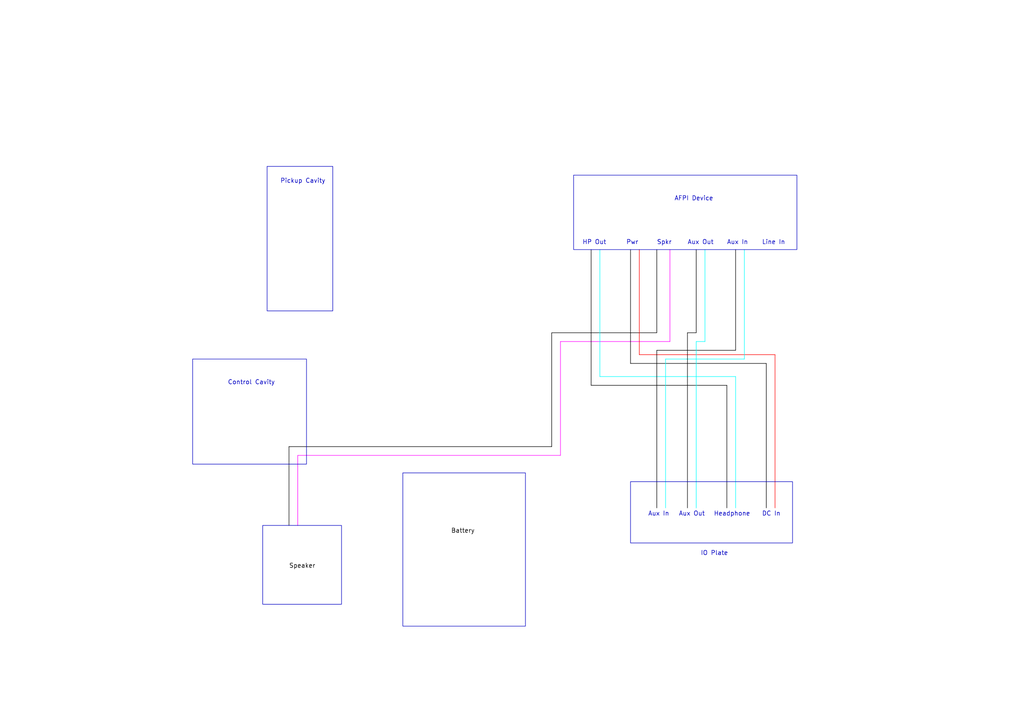
<source format=kicad_sch>
(kicad_sch (version 20230121) (generator eeschema)
  (paper "A4")
  (lib_symbols)
  (wire (pts (xy 162.56 132.08) (xy 86.36 132.08)) (stroke (width 0) (color 255 0 255 1)))
  (wire (pts (xy 213.36 72.39) (xy 213.36 101.6)) (stroke (width 0) (color 0 0 0 1)))
  (wire (pts (xy 224.79 102.87) (xy 185.42 102.87)) (stroke (width 0) (color 255 0 0 1)))
  (wire (pts (xy 213.36 109.22) (xy 213.36 147.32)) (stroke (width 0) (color 0 255 255 1)))
  (wire (pts (xy 83.82 129.54) (xy 83.82 152.4)) (stroke (width 0) (color 0 0 0 1)))
  (wire (pts (xy 162.56 99.06) (xy 162.56 132.08)) (stroke (width 0) (color 255 0 255 1)))
  (wire (pts (xy 182.88 105.41) (xy 222.25 105.41)) (stroke (width 0) (color 0 0 0 1)))
  (wire (pts (xy 213.36 109.22) (xy 173.99 109.22)) (stroke (width 0) (color 0 255 255 1)))
  (wire (pts (xy 86.36 132.08) (xy 86.36 152.4)) (stroke (width 0) (color 255 0 255 1)))
  (wire (pts (xy 204.47 72.39) (xy 204.47 99.06)) (stroke (width 0) (color 0 255 255 1)))
  (wire (pts (xy 201.93 72.39) (xy 201.93 96.52)) (stroke (width 0) (color 0 0 0 1)))
  (wire (pts (xy 194.31 72.39) (xy 194.31 99.06)) (stroke (width 0) (color 255 0 255 1)))
  (wire (pts (xy 190.5 96.52) (xy 160.02 96.52)) (stroke (width 0) (color 0 0 0 1)))
  (wire (pts (xy 190.5 101.6) (xy 190.5 147.32)) (stroke (width 0) (color 0 0 0 1)))
  (wire (pts (xy 199.39 96.52) (xy 201.93 96.52)) (stroke (width 0) (color 0 0 0 1)))
  (wire (pts (xy 213.36 101.6) (xy 190.5 101.6)) (stroke (width 0) (color 0 0 0 1)))
  (wire (pts (xy 201.93 147.32) (xy 201.93 99.06)) (stroke (width 0) (color 0 255 255 1)))
  (wire (pts (xy 190.5 72.39) (xy 190.5 96.52)) (stroke (width 0) (color 0 0 0 1)))
  (wire (pts (xy 194.31 99.06) (xy 162.56 99.06)) (stroke (width 0) (color 255 0 255 1)))
  (wire (pts (xy 171.45 72.39) (xy 171.45 111.76)) (stroke (width 0) (color 0 0 0 1)))
  (wire (pts (xy 171.45 111.76) (xy 210.82 111.76)) (stroke (width 0) (color 0 0 0 1)))
  (wire (pts (xy 224.79 147.32) (xy 224.79 102.87)) (stroke (width 0) (color 255 0 0 1)))
  (wire (pts (xy 182.88 72.39) (xy 182.88 105.41)) (stroke (width 0) (color 0 0 0 1)))
  (wire (pts (xy 185.42 72.39) (xy 185.42 102.87)) (stroke (width 0) (color 255 0 0 1)))
  (wire (pts (xy 201.93 99.06) (xy 204.47 99.06)) (stroke (width 0) (color 0 255 255 1)))
  (wire (pts (xy 210.82 111.76) (xy 210.82 147.32)) (stroke (width 0) (color 0 0 0 1)))
  (wire (pts (xy 193.04 104.14) (xy 215.9 104.14)) (stroke (width 0) (color 0 255 255 1)))
  (wire (pts (xy 222.25 105.41) (xy 222.25 147.32)) (stroke (width 0) (color 0 0 0 1)))
  (wire (pts (xy 173.99 72.39) (xy 173.99 109.22)) (stroke (width 0) (color 0 255 255 1)))
  (wire (pts (xy 160.02 96.52) (xy 160.02 129.54)) (stroke (width 0) (color 0 0 0 1)))
  (wire (pts (xy 193.04 147.32) (xy 193.04 104.14)) (stroke (width 0) (color 0 255 255 1)))
  (wire (pts (xy 215.9 72.39) (xy 215.9 104.14)) (stroke (width 0) (color 0 255 255 1)))
  (wire (pts (xy 199.39 147.32) (xy 199.39 96.52)) (stroke (width 0) (color 0 0 0 1)))
  (wire (pts (xy 160.02 129.54) (xy 83.82 129.54)) (stroke (width 0) (color 0 0 0 1)))
  (rectangle (start 55.88 104.14) (end 88.9 134.62))
  (rectangle (start 182.88 139.7) (end 229.87 157.48))
  (rectangle (start 76.2 152.4) (end 99.06 175.26))
  (rectangle (start 77.47 48.26) (end 96.52 90.17))
  (rectangle (start 166.37 50.8) (end 231.14 72.39))
  (rectangle (start 116.84 137.16) (end 152.4 181.61))
  (text "HP Out" (at 168.91 71.12 0) (effects (font (size 1.27 1.27)) (justify left bottom)))
  (text "Aux In\n" (at 187.96 149.86 0) (effects (font (size 1.27 1.27)) (justify left bottom)))
  (text "Pickup Cavity" (at 81.28 53.34 0) (effects (font (size 1.27 1.27)) (justify left bottom)))
  (text "Line In" (at 220.98 71.12 0) (effects (font (size 1.27 1.27)) (justify left bottom)))
  (text "Aux Out" (at 199.39 71.12 0) (effects (font (size 1.27 1.27)) (justify left bottom)))
  (text "AFPI Device" (at 195.58 58.42 0) (effects (font (size 1.27 1.27)) (justify left bottom)))
  (text "DC In\n" (at 220.98 149.86 0) (effects (font (size 1.27 1.27)) (justify left bottom)))
  (text "Aux In" (at 210.82 71.12 0) (effects (font (size 1.27 1.27)) (justify left bottom)))
  (text "IO Plate\n" (at 203.2 161.29 0) (effects (font (size 1.27 1.27)) (justify left bottom)))
  (text "Spkr\n" (at 190.5 71.12 0) (effects (font (size 1.27 1.27)) (justify left bottom)))
  (text "Pwr" (at 181.61 71.12 0) (effects (font (size 1.27 1.27)) (justify left bottom)))
  (text "Control Cavity " (at 66.04 111.76 0) (effects (font (size 1.27 1.27)) (justify left bottom)))
  (text "Aux Out\n" (at 196.85 149.86 0) (effects (font (size 1.27 1.27)) (justify left bottom)))
  (text "Headphone\n" (at 207.01 149.86 0) (effects (font (size 1.27 1.27)) (justify left bottom)))
  (label "Speaker" (at 83.82 165.1 0))
  (label "Battery " (at 130.81 154.94 0))
)
</source>
